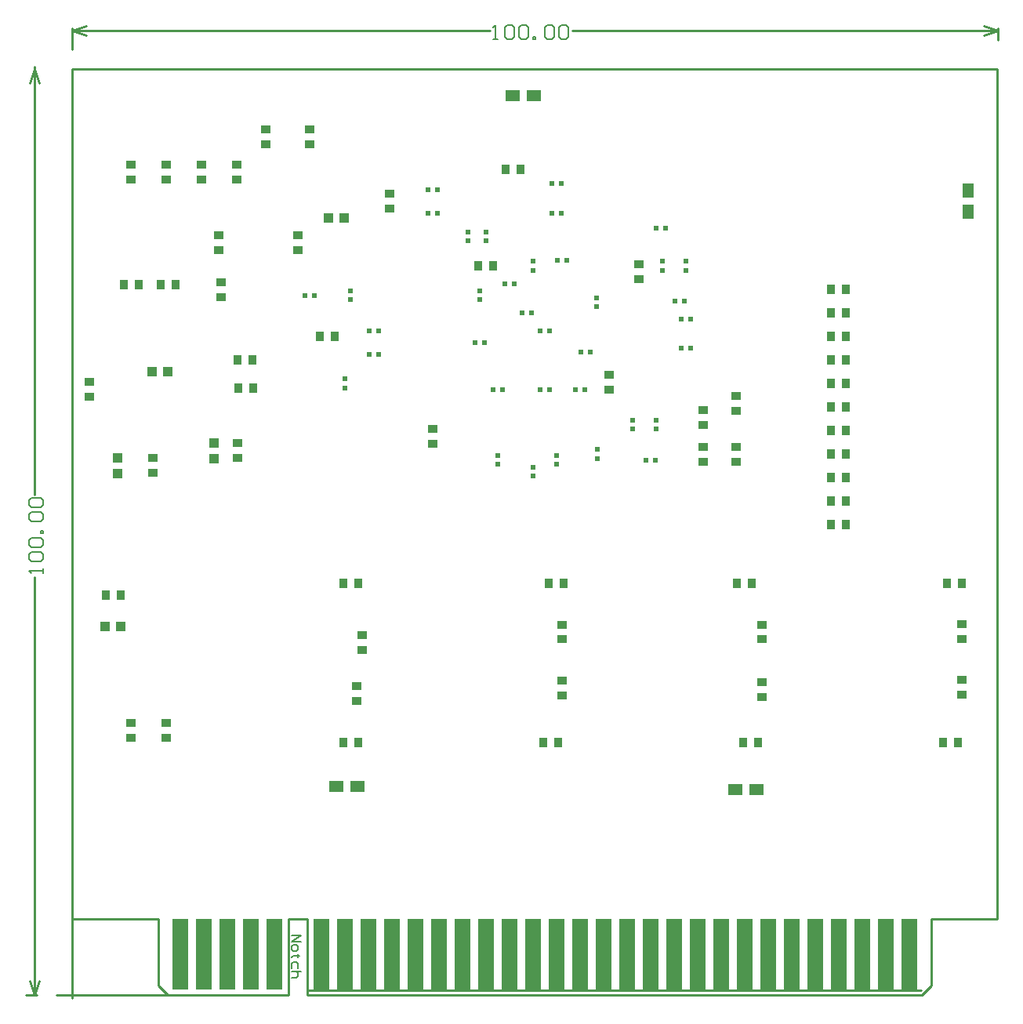
<source format=gbp>
G04*
G04 #@! TF.GenerationSoftware,Altium Limited,CircuitStudio,1.5.2 (30)*
G04*
G04 Layer_Color=16770453*
%FSLAX25Y25*%
%MOIN*%
G70*
G01*
G75*
%ADD27R,0.06500X0.30000*%
%ADD28C,0.01000*%
%ADD35C,0.00800*%
%ADD36C,0.00600*%
%ADD59R,0.03937X0.03740*%
%ADD60R,0.03740X0.03937*%
%ADD61R,0.02362X0.02362*%
%ADD62R,0.02362X0.02362*%
%ADD63R,0.06000X0.05000*%
%ADD64R,0.05000X0.06000*%
%ADD65R,0.03937X0.03937*%
%ADD66R,0.03937X0.03937*%
D27*
X395000Y1152500D02*
D03*
X665000D02*
D03*
X655000D02*
D03*
X645000D02*
D03*
X635000D02*
D03*
X355000D02*
D03*
X365000D02*
D03*
X375000D02*
D03*
X385000D02*
D03*
X415000D02*
D03*
X425000D02*
D03*
X435000D02*
D03*
X445000D02*
D03*
X455000D02*
D03*
X465000D02*
D03*
X475000D02*
D03*
X485000D02*
D03*
X495000D02*
D03*
X505000D02*
D03*
X515000D02*
D03*
X525000D02*
D03*
X535000D02*
D03*
X545000D02*
D03*
X555000D02*
D03*
X565000D02*
D03*
X575000D02*
D03*
X585000D02*
D03*
X595000D02*
D03*
X605000D02*
D03*
X615000D02*
D03*
X625000D02*
D03*
D28*
X293189Y1527701D02*
Y1529701D01*
X289252Y1135000D02*
X294189D01*
X293189Y1347845D02*
Y1528701D01*
Y1135000D02*
Y1312656D01*
X291189Y1522701D02*
X293189Y1528701D01*
X295189Y1522701D01*
X293189Y1135000D02*
X295189Y1141000D01*
X291189D02*
X293189Y1135000D01*
X308937Y1537126D02*
Y1546000D01*
X702638Y1541063D02*
Y1546000D01*
X308937Y1545000D02*
X486592D01*
X521782D02*
X702638D01*
X308937D02*
X314937Y1543000D01*
X308937Y1545000D02*
X314937Y1547000D01*
X696638D02*
X702638Y1545000D01*
X696638Y1543000D02*
X702638Y1545000D01*
X401000Y1167500D02*
X409000D01*
Y1135000D02*
X670300D01*
X349700D02*
X401000D01*
X409000D02*
Y1167500D01*
X401000Y1135000D02*
Y1167500D01*
X702500D02*
Y1528701D01*
X308937D02*
X702500D01*
X308937Y1167500D02*
Y1528701D01*
X674300Y1167500D02*
X702500D01*
X674300Y1139000D02*
Y1167500D01*
X308937D02*
X345700D01*
Y1139000D02*
Y1167500D01*
X670300Y1135000D02*
X674300Y1139000D01*
X345700D02*
X349700Y1135000D01*
X308937Y1133563D02*
Y1167500D01*
X302500Y1135000D02*
X349700D01*
X401000Y1167500D02*
X409000D01*
X401000Y1137000D02*
Y1167500D01*
X350000Y1135000D02*
X401000D01*
X409000Y1137000D02*
Y1167500D01*
Y1137000D02*
X670000D01*
D35*
X402500Y1160500D02*
X406499D01*
X402500Y1157834D01*
X406499D01*
X402500Y1155835D02*
Y1154502D01*
X403166Y1153835D01*
X404499D01*
X405166Y1154502D01*
Y1155835D01*
X404499Y1156501D01*
X403166D01*
X402500Y1155835D01*
X405832Y1151836D02*
X405166D01*
Y1152503D01*
Y1151170D01*
Y1151836D01*
X403166D01*
X402500Y1151170D01*
X405166Y1146504D02*
Y1148504D01*
X404499Y1149170D01*
X403166D01*
X402500Y1148504D01*
Y1146504D01*
X406499Y1145172D02*
X402500D01*
X404499D01*
X405166Y1144505D01*
Y1143172D01*
X404499Y1142506D01*
X402500D01*
D36*
X296788Y1314256D02*
Y1316255D01*
Y1315255D01*
X290790D01*
X291790Y1314256D01*
Y1319254D02*
X290790Y1320254D01*
Y1322253D01*
X291790Y1323253D01*
X295788D01*
X296788Y1322253D01*
Y1320254D01*
X295788Y1319254D01*
X291790D01*
Y1325252D02*
X290790Y1326252D01*
Y1328251D01*
X291790Y1329251D01*
X295788D01*
X296788Y1328251D01*
Y1326252D01*
X295788Y1325252D01*
X291790D01*
X296788Y1331250D02*
X295788D01*
Y1332250D01*
X296788D01*
Y1331250D01*
X291790Y1336248D02*
X290790Y1337248D01*
Y1339247D01*
X291790Y1340247D01*
X295788D01*
X296788Y1339247D01*
Y1337248D01*
X295788Y1336248D01*
X291790D01*
Y1342247D02*
X290790Y1343246D01*
Y1345245D01*
X291790Y1346245D01*
X295788D01*
X296788Y1345245D01*
Y1343246D01*
X295788Y1342247D01*
X291790D01*
X488193Y1541401D02*
X490192D01*
X489192D01*
Y1547399D01*
X488193Y1546399D01*
X493191D02*
X494191Y1547399D01*
X496190D01*
X497190Y1546399D01*
Y1542401D01*
X496190Y1541401D01*
X494191D01*
X493191Y1542401D01*
Y1546399D01*
X499189D02*
X500189Y1547399D01*
X502188D01*
X503188Y1546399D01*
Y1542401D01*
X502188Y1541401D01*
X500189D01*
X499189Y1542401D01*
Y1546399D01*
X505187Y1541401D02*
Y1542401D01*
X506187D01*
Y1541401D01*
X505187D01*
X510185Y1546399D02*
X511185Y1547399D01*
X513184D01*
X514184Y1546399D01*
Y1542401D01*
X513184Y1541401D01*
X511185D01*
X510185Y1542401D01*
Y1546399D01*
X516184D02*
X517183Y1547399D01*
X519182D01*
X520182Y1546399D01*
Y1542401D01*
X519182Y1541401D01*
X517183D01*
X516184Y1542401D01*
Y1546399D01*
D59*
X432500Y1281850D02*
D03*
Y1288150D02*
D03*
X430000Y1266299D02*
D03*
Y1260000D02*
D03*
X462500Y1375650D02*
D03*
Y1369350D02*
D03*
X591437Y1361850D02*
D03*
Y1368150D02*
D03*
X591500Y1383350D02*
D03*
Y1389650D02*
D03*
X333937Y1481850D02*
D03*
Y1488150D02*
D03*
X517500Y1292500D02*
D03*
Y1286201D02*
D03*
X517500Y1268799D02*
D03*
Y1262500D02*
D03*
X602500Y1292500D02*
D03*
Y1286201D02*
D03*
X602500Y1268000D02*
D03*
Y1261701D02*
D03*
X687500Y1292750D02*
D03*
Y1286451D02*
D03*
X687500Y1269049D02*
D03*
Y1262750D02*
D03*
X316437Y1389350D02*
D03*
Y1395650D02*
D03*
X577500Y1361850D02*
D03*
Y1368150D02*
D03*
Y1377350D02*
D03*
Y1383650D02*
D03*
X410000Y1503150D02*
D03*
Y1496850D02*
D03*
X391437Y1503150D02*
D03*
Y1496850D02*
D03*
X378937Y1488150D02*
D03*
Y1481850D02*
D03*
X363937Y1488150D02*
D03*
Y1481850D02*
D03*
X348937Y1488150D02*
D03*
Y1481850D02*
D03*
X537500Y1398799D02*
D03*
Y1392500D02*
D03*
X405000Y1458150D02*
D03*
Y1451850D02*
D03*
X379500Y1363350D02*
D03*
Y1369650D02*
D03*
X371500Y1458150D02*
D03*
Y1451850D02*
D03*
X372500Y1438150D02*
D03*
Y1431850D02*
D03*
X550000Y1439350D02*
D03*
Y1445650D02*
D03*
X443937Y1475650D02*
D03*
Y1469350D02*
D03*
X343437Y1363213D02*
D03*
Y1356913D02*
D03*
X333937Y1250650D02*
D03*
Y1244350D02*
D03*
X348937D02*
D03*
Y1250650D02*
D03*
D60*
X430799Y1310000D02*
D03*
X424500D02*
D03*
X420649Y1415000D02*
D03*
X414350D02*
D03*
X424500Y1242250D02*
D03*
X430799D02*
D03*
X600799D02*
D03*
X594500D02*
D03*
X515799D02*
D03*
X509500D02*
D03*
X518150Y1310000D02*
D03*
X511850D02*
D03*
X591850D02*
D03*
X598150D02*
D03*
X685799Y1242500D02*
D03*
X679500D02*
D03*
X687500Y1310000D02*
D03*
X681201D02*
D03*
X331083Y1437000D02*
D03*
X337382D02*
D03*
X346850D02*
D03*
X353150D02*
D03*
X379787Y1393000D02*
D03*
X386087D02*
D03*
X385768Y1405000D02*
D03*
X379468D02*
D03*
X493287Y1486000D02*
D03*
X499587D02*
D03*
X488150Y1445000D02*
D03*
X481850D02*
D03*
X631850Y1345000D02*
D03*
X638150D02*
D03*
X631850Y1335000D02*
D03*
X638150D02*
D03*
X631850Y1365000D02*
D03*
X638150D02*
D03*
X631850Y1375000D02*
D03*
X638150D02*
D03*
X631850Y1395000D02*
D03*
X638150D02*
D03*
X631850Y1405000D02*
D03*
X638150D02*
D03*
X631850Y1425000D02*
D03*
X638150D02*
D03*
X631850Y1435000D02*
D03*
X638150D02*
D03*
X631850Y1415000D02*
D03*
X638150D02*
D03*
X631850Y1385000D02*
D03*
X638150D02*
D03*
X631850Y1355000D02*
D03*
X638150D02*
D03*
X323287Y1305000D02*
D03*
X329587D02*
D03*
D61*
X557500Y1375531D02*
D03*
Y1379468D02*
D03*
X425000Y1393032D02*
D03*
Y1396968D02*
D03*
X427500Y1434468D02*
D03*
Y1430531D02*
D03*
X482500Y1430532D02*
D03*
Y1434468D02*
D03*
X532000Y1431468D02*
D03*
Y1427531D02*
D03*
X505000Y1446968D02*
D03*
Y1443031D02*
D03*
X532500Y1366968D02*
D03*
Y1363031D02*
D03*
X505000Y1359468D02*
D03*
Y1355531D02*
D03*
X515000Y1364468D02*
D03*
Y1360531D02*
D03*
X490000Y1364468D02*
D03*
Y1360531D02*
D03*
X560000Y1446968D02*
D03*
Y1443031D02*
D03*
X570000Y1446968D02*
D03*
Y1443031D02*
D03*
X547500Y1379468D02*
D03*
Y1375531D02*
D03*
X477500Y1455532D02*
D03*
Y1459468D02*
D03*
X485000Y1455532D02*
D03*
Y1459468D02*
D03*
D62*
X557547Y1461000D02*
D03*
X561484D02*
D03*
X411969Y1432500D02*
D03*
X408031D02*
D03*
X439468Y1407500D02*
D03*
X435531D02*
D03*
X439468Y1417500D02*
D03*
X435531D02*
D03*
X526968Y1392500D02*
D03*
X523031D02*
D03*
X511969Y1417500D02*
D03*
X508031D02*
D03*
X480532Y1412500D02*
D03*
X484469D02*
D03*
X511969Y1392500D02*
D03*
X508031D02*
D03*
X491968D02*
D03*
X488031D02*
D03*
X529468Y1408500D02*
D03*
X525531D02*
D03*
X515531Y1447500D02*
D03*
X519468D02*
D03*
X493032Y1437500D02*
D03*
X496969D02*
D03*
X556968Y1362500D02*
D03*
X553031D02*
D03*
X568032Y1410000D02*
D03*
X571969D02*
D03*
X464468Y1477500D02*
D03*
X460531D02*
D03*
X568032Y1422500D02*
D03*
X571969D02*
D03*
X516968Y1480000D02*
D03*
X513031D02*
D03*
X516968Y1467500D02*
D03*
X513031D02*
D03*
X565531Y1430000D02*
D03*
X569468D02*
D03*
X464468Y1467500D02*
D03*
X460531D02*
D03*
X504468Y1425000D02*
D03*
X500531D02*
D03*
D63*
X421437Y1223563D02*
D03*
X430437D02*
D03*
X600000Y1222500D02*
D03*
X591000D02*
D03*
X505437Y1517500D02*
D03*
X496437D02*
D03*
D64*
X689937Y1467937D02*
D03*
Y1476937D02*
D03*
D65*
X424846Y1465500D02*
D03*
X418153D02*
D03*
X343091Y1400000D02*
D03*
X349783D02*
D03*
X323091Y1291850D02*
D03*
X329783D02*
D03*
D66*
X369500Y1363153D02*
D03*
Y1369846D02*
D03*
X328437Y1363409D02*
D03*
Y1356717D02*
D03*
M02*

</source>
